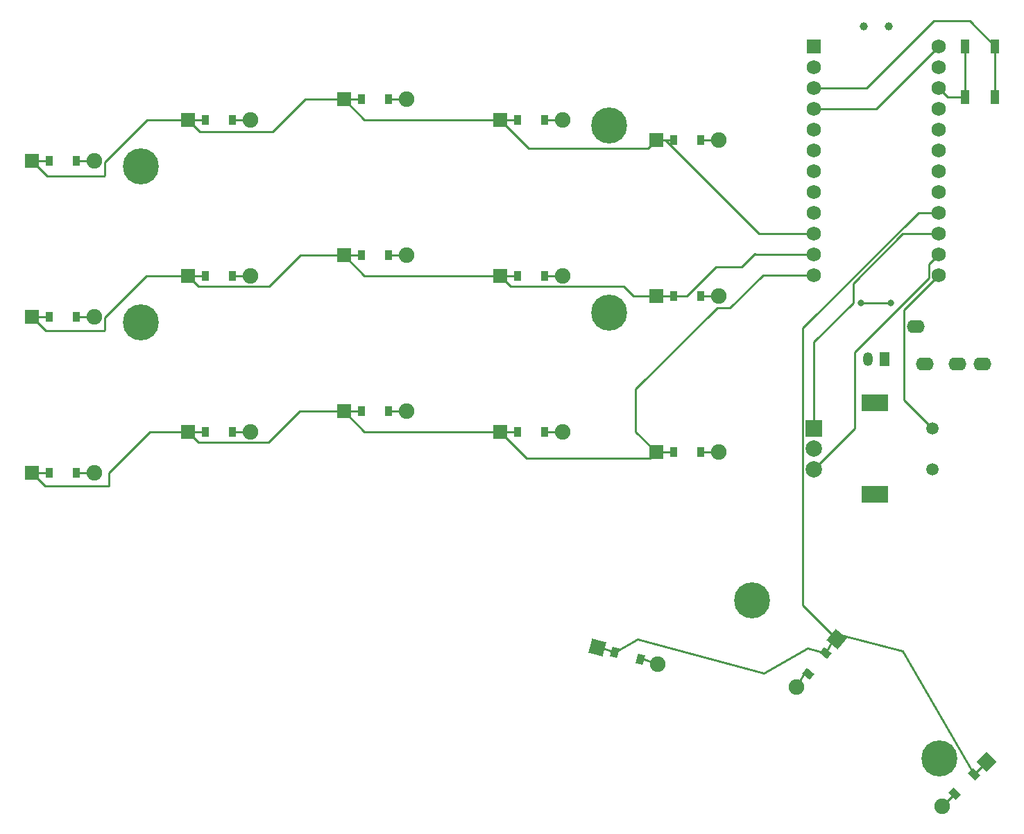
<source format=gbr>
%TF.GenerationSoftware,KiCad,Pcbnew,7.0.10*%
%TF.CreationDate,2024-02-19T14:18:00+02:00*%
%TF.ProjectId,juubo_left_final,6a757562-6f5f-46c6-9566-745f66696e61,v1.0.0*%
%TF.SameCoordinates,Original*%
%TF.FileFunction,Copper,L1,Top*%
%TF.FilePolarity,Positive*%
%FSLAX46Y46*%
G04 Gerber Fmt 4.6, Leading zero omitted, Abs format (unit mm)*
G04 Created by KiCad (PCBNEW 7.0.10) date 2024-02-19 14:18:00*
%MOMM*%
%LPD*%
G01*
G04 APERTURE LIST*
G04 Aperture macros list*
%AMRotRect*
0 Rectangle, with rotation*
0 The origin of the aperture is its center*
0 $1 length*
0 $2 width*
0 $3 Rotation angle, in degrees counterclockwise*
0 Add horizontal line*
21,1,$1,$2,0,0,$3*%
G04 Aperture macros list end*
%TA.AperFunction,WasherPad*%
%ADD10C,1.000000*%
%TD*%
%TA.AperFunction,SMDPad,CuDef*%
%ADD11R,1.100000X1.800000*%
%TD*%
%TA.AperFunction,ComponentPad*%
%ADD12R,1.200000X1.700000*%
%TD*%
%TA.AperFunction,ComponentPad*%
%ADD13O,1.200000X1.700000*%
%TD*%
%TA.AperFunction,ComponentPad*%
%ADD14R,1.778000X1.778000*%
%TD*%
%TA.AperFunction,SMDPad,CuDef*%
%ADD15R,0.900000X1.200000*%
%TD*%
%TA.AperFunction,ComponentPad*%
%ADD16C,1.905000*%
%TD*%
%TA.AperFunction,ComponentPad*%
%ADD17O,2.200000X1.600000*%
%TD*%
%TA.AperFunction,ComponentPad*%
%ADD18C,0.700000*%
%TD*%
%TA.AperFunction,ComponentPad*%
%ADD19C,4.400000*%
%TD*%
%TA.AperFunction,ComponentPad*%
%ADD20R,3.200000X2.000000*%
%TD*%
%TA.AperFunction,ComponentPad*%
%ADD21C,1.500000*%
%TD*%
%TA.AperFunction,ComponentPad*%
%ADD22R,2.000000X2.000000*%
%TD*%
%TA.AperFunction,ComponentPad*%
%ADD23C,2.000000*%
%TD*%
%TA.AperFunction,ComponentPad*%
%ADD24R,1.752600X1.752600*%
%TD*%
%TA.AperFunction,ComponentPad*%
%ADD25C,1.752600*%
%TD*%
%TA.AperFunction,ComponentPad*%
%ADD26RotRect,1.778000X1.778000X345.000000*%
%TD*%
%TA.AperFunction,SMDPad,CuDef*%
%ADD27RotRect,0.900000X1.200000X345.000000*%
%TD*%
%TA.AperFunction,ComponentPad*%
%ADD28RotRect,1.778000X1.778000X225.000000*%
%TD*%
%TA.AperFunction,SMDPad,CuDef*%
%ADD29RotRect,0.900000X1.200000X225.000000*%
%TD*%
%TA.AperFunction,ComponentPad*%
%ADD30RotRect,1.778000X1.778000X230.000000*%
%TD*%
%TA.AperFunction,SMDPad,CuDef*%
%ADD31RotRect,0.900000X1.200000X230.000000*%
%TD*%
%TA.AperFunction,ViaPad*%
%ADD32C,0.800000*%
%TD*%
%TA.AperFunction,Conductor*%
%ADD33C,0.250000*%
%TD*%
G04 APERTURE END LIST*
D10*
%TO.P,T1,*%
%TO.N,*%
X186113786Y-48412500D03*
X189113786Y-48412500D03*
%TD*%
D11*
%TO.P,B1,1*%
%TO.N,GND*%
X198441286Y-57045910D03*
X198441286Y-50845910D03*
%TO.P,B1,2*%
%TO.N,RST*%
X202141286Y-57045910D03*
X202141286Y-50845910D03*
%TD*%
D12*
%TO.P,JST1,1*%
%TO.N,B+*%
X188613785Y-89063409D03*
D13*
%TO.P,JST1,2*%
%TO.N,GND*%
X186613785Y-89063409D03*
%TD*%
D14*
%TO.P,D4,1*%
%TO.N,P10*%
X103603787Y-97935909D03*
D15*
X105763787Y-97935909D03*
%TO.P,D4,2*%
%TO.N,ring_bottom*%
X109063787Y-97935909D03*
D16*
X111223787Y-97935909D03*
%TD*%
D14*
%TO.P,D6,1*%
%TO.N,P14*%
X103603784Y-59835912D03*
D15*
X105763784Y-59835912D03*
%TO.P,D6,2*%
%TO.N,ring_top*%
X109063784Y-59835912D03*
D16*
X111223784Y-59835912D03*
%TD*%
D17*
%TO.P,TRRS1,1*%
%TO.N,VCC*%
X192448785Y-85073409D03*
%TO.P,TRRS1,2*%
%TO.N,P3*%
X193548785Y-89673409D03*
%TO.P,TRRS1,3*%
%TO.N,P2*%
X197548785Y-89673409D03*
%TO.P,TRRS1,4*%
%TO.N,GND*%
X200548785Y-89673409D03*
%TD*%
D14*
%TO.P,D5,1*%
%TO.N,P16*%
X103603783Y-78885908D03*
D15*
X105763783Y-78885908D03*
%TO.P,D5,2*%
%TO.N,ring_home*%
X109063783Y-78885908D03*
D16*
X111223783Y-78885908D03*
%TD*%
D14*
%TO.P,D15,1*%
%TO.N,P14*%
X160753785Y-62335911D03*
D15*
X162913785Y-62335911D03*
%TO.P,D15,2*%
%TO.N,inner_top*%
X166213785Y-62335911D03*
D16*
X168373785Y-62335911D03*
%TD*%
D18*
%TO.P,_2,1*%
%TO.N,N/C*%
X153388789Y-60550910D03*
X153872063Y-59384184D03*
X153872063Y-61717636D03*
X155038789Y-58900910D03*
D19*
X155038789Y-60550910D03*
D18*
X155038789Y-62200910D03*
X156205515Y-59384184D03*
X156205515Y-61717636D03*
X156688789Y-60550910D03*
%TD*%
D20*
%TO.P,ROT1,*%
%TO.N,*%
X187493785Y-94405912D03*
X187493785Y-105605912D03*
D21*
%TO.P,ROT1,1*%
%TO.N,P9*%
X194493785Y-97505912D03*
%TO.P,ROT1,2*%
%TO.N,GND*%
X194493785Y-102505912D03*
D22*
%TO.P,ROT1,A*%
%TO.N,P7*%
X179993785Y-97505912D03*
D23*
%TO.P,ROT1,B*%
%TO.N,P8*%
X179993785Y-102505912D03*
%TO.P,ROT1,C*%
%TO.N,GND*%
X179993785Y-100005912D03*
%TD*%
D14*
%TO.P,D8,1*%
%TO.N,P16*%
X122653784Y-76385911D03*
D15*
X124813784Y-76385911D03*
%TO.P,D8,2*%
%TO.N,middle_home*%
X128113784Y-76385911D03*
D16*
X130273784Y-76385911D03*
%TD*%
D14*
%TO.P,D9,1*%
%TO.N,P14*%
X122653784Y-57335910D03*
D15*
X124813784Y-57335910D03*
%TO.P,D9,2*%
%TO.N,middle_top*%
X128113784Y-57335910D03*
D16*
X130273784Y-57335910D03*
%TD*%
D14*
%TO.P,D11,1*%
%TO.N,P16*%
X141703784Y-78885910D03*
D15*
X143863784Y-78885910D03*
%TO.P,D11,2*%
%TO.N,index_home*%
X147163784Y-78885910D03*
D16*
X149323784Y-78885910D03*
%TD*%
D14*
%TO.P,D1,1*%
%TO.N,P10*%
X84553784Y-102935911D03*
D15*
X86713784Y-102935911D03*
%TO.P,D1,2*%
%TO.N,pinky_bottom*%
X90013784Y-102935911D03*
D16*
X92173784Y-102935911D03*
%TD*%
D14*
%TO.P,D10,1*%
%TO.N,P10*%
X141703785Y-97935908D03*
D15*
X143863785Y-97935908D03*
%TO.P,D10,2*%
%TO.N,index_bottom*%
X147163785Y-97935908D03*
D16*
X149323785Y-97935908D03*
%TD*%
D14*
%TO.P,D14,1*%
%TO.N,P16*%
X160753786Y-81385910D03*
D15*
X162913786Y-81385910D03*
%TO.P,D14,2*%
%TO.N,inner_home*%
X166213786Y-81385910D03*
D16*
X168373786Y-81385910D03*
%TD*%
D18*
%TO.P,_6,1*%
%TO.N,N/C*%
X153388784Y-83400000D03*
X153872058Y-82233274D03*
X153872058Y-84566726D03*
X155038784Y-81750000D03*
D19*
X155038784Y-83400000D03*
D18*
X155038784Y-85050000D03*
X156205510Y-82233274D03*
X156205510Y-84566726D03*
X156688784Y-83400000D03*
%TD*%
D14*
%TO.P,D7,1*%
%TO.N,P10*%
X122653785Y-95435911D03*
D15*
X124813785Y-95435911D03*
%TO.P,D7,2*%
%TO.N,middle_bottom*%
X128113785Y-95435911D03*
D16*
X130273785Y-95435911D03*
%TD*%
D24*
%TO.P,MCU1,1*%
%TO.N,RAW*%
X179993787Y-50890909D03*
D25*
%TO.P,MCU1,2*%
%TO.N,GND*%
X179993787Y-53430909D03*
%TO.P,MCU1,3*%
%TO.N,RST*%
X179993787Y-55970909D03*
%TO.P,MCU1,4*%
%TO.N,VCC*%
X179993787Y-58510909D03*
%TO.P,MCU1,5*%
%TO.N,P21*%
X179993787Y-61050909D03*
%TO.P,MCU1,6*%
%TO.N,P20*%
X179993787Y-63590909D03*
%TO.P,MCU1,7*%
%TO.N,P19*%
X179993787Y-66130909D03*
%TO.P,MCU1,8*%
%TO.N,P18*%
X179993787Y-68670909D03*
%TO.P,MCU1,9*%
%TO.N,P15*%
X179993787Y-71210909D03*
%TO.P,MCU1,10*%
%TO.N,P14*%
X179993787Y-73750909D03*
%TO.P,MCU1,11*%
%TO.N,P16*%
X179993787Y-76290909D03*
%TO.P,MCU1,12*%
%TO.N,P10*%
X179993787Y-78830909D03*
%TO.P,MCU1,13*%
%TO.N,VCC*%
X195233787Y-50890909D03*
%TO.P,MCU1,14*%
%TO.N,P0*%
X195233787Y-53430909D03*
%TO.P,MCU1,15*%
%TO.N,GND*%
X195233787Y-55970909D03*
%TO.P,MCU1,16*%
X195233787Y-58510909D03*
%TO.P,MCU1,17*%
%TO.N,P2*%
X195233787Y-61050909D03*
%TO.P,MCU1,18*%
%TO.N,P3*%
X195233787Y-63590909D03*
%TO.P,MCU1,19*%
%TO.N,P4*%
X195233787Y-66130909D03*
%TO.P,MCU1,20*%
%TO.N,P5*%
X195233787Y-68670909D03*
%TO.P,MCU1,21*%
%TO.N,P6*%
X195233787Y-71210909D03*
%TO.P,MCU1,22*%
%TO.N,P7*%
X195233787Y-73750909D03*
%TO.P,MCU1,23*%
%TO.N,P8*%
X195233787Y-76290909D03*
%TO.P,MCU1,24*%
%TO.N,P9*%
X195233787Y-78830909D03*
%TD*%
D18*
%TO.P,_3,1*%
%TO.N,N/C*%
X96238786Y-84600000D03*
X96722060Y-83433274D03*
X96722060Y-85766726D03*
X97888786Y-82950000D03*
D19*
X97888786Y-84600000D03*
D18*
X97888786Y-86250000D03*
X99055512Y-83433274D03*
X99055512Y-85766726D03*
X99538786Y-84600000D03*
%TD*%
%TO.P,_5,1*%
%TO.N,N/C*%
X196500000Y-136666548D03*
X196983274Y-137833274D03*
X195333274Y-136183274D03*
X196500000Y-139000000D03*
D19*
X195333274Y-137833274D03*
D18*
X194166548Y-136666548D03*
X195333274Y-139483274D03*
X193683274Y-137833274D03*
X194166548Y-139000000D03*
%TD*%
D14*
%TO.P,D3,1*%
%TO.N,P14*%
X84553786Y-64835909D03*
D15*
X86713786Y-64835909D03*
%TO.P,D3,2*%
%TO.N,pinky_top*%
X90013786Y-64835909D03*
D16*
X92173786Y-64835909D03*
%TD*%
D26*
%TO.P,D16,1*%
%TO.N,P6*%
X153589515Y-124329438D03*
D27*
X155675914Y-124888488D03*
%TO.P,D16,2*%
%TO.N,layer_cluster*%
X158863470Y-125742590D03*
D16*
X160949869Y-126301640D03*
%TD*%
D14*
%TO.P,D2,1*%
%TO.N,P16*%
X84553785Y-83885911D03*
D15*
X86713785Y-83885911D03*
%TO.P,D2,2*%
%TO.N,pinky_home*%
X90013785Y-83885911D03*
D16*
X92173785Y-83885911D03*
%TD*%
D18*
%TO.P,_4,1*%
%TO.N,N/C*%
X170906222Y-118072949D03*
X171675000Y-117071058D03*
X171071058Y-119325000D03*
X172927051Y-116906222D03*
D19*
X172500000Y-118500000D03*
D18*
X172072949Y-120093778D03*
X173928942Y-117675000D03*
X173325000Y-119928942D03*
X174093778Y-118927051D03*
%TD*%
D14*
%TO.P,D13,1*%
%TO.N,P10*%
X160753786Y-100435910D03*
D15*
X162913786Y-100435910D03*
%TO.P,D13,2*%
%TO.N,inner_bottom*%
X166213786Y-100435910D03*
D16*
X168373786Y-100435910D03*
%TD*%
D18*
%TO.P,_1,1*%
%TO.N,N/C*%
X96238787Y-65550910D03*
X96722061Y-64384184D03*
X96722061Y-66717636D03*
X97888787Y-63900910D03*
D19*
X97888787Y-65550910D03*
D18*
X97888787Y-67200910D03*
X99055513Y-64384184D03*
X99055513Y-66717636D03*
X99538787Y-65550910D03*
%TD*%
D28*
%TO.P,D18,1*%
%TO.N,P6*%
X201077534Y-138296605D03*
D29*
X199550183Y-139823956D03*
%TO.P,D18,2*%
%TO.N,extra_cluster*%
X197216731Y-142157408D03*
D16*
X195689380Y-143684759D03*
%TD*%
D30*
%TO.P,D17,1*%
%TO.N,P6*%
X182793240Y-123286249D03*
D31*
X181404819Y-124940905D03*
%TO.P,D17,2*%
%TO.N,space_cluster*%
X179283619Y-127468851D03*
D16*
X177895198Y-129123507D03*
%TD*%
D14*
%TO.P,D12,1*%
%TO.N,P14*%
X141703787Y-59835909D03*
D15*
X143863787Y-59835909D03*
%TO.P,D12,2*%
%TO.N,index_top*%
X147163787Y-59835909D03*
D16*
X149323787Y-59835909D03*
%TD*%
D32*
%TO.N,VCC*%
X185800000Y-82200000D03*
X189400000Y-82200000D03*
%TD*%
D33*
%TO.N,P9*%
X191023785Y-94035912D02*
X191023785Y-83040911D01*
X194493785Y-97505912D02*
X191023785Y-94035912D01*
X191023785Y-83040911D02*
X195233787Y-78830909D01*
%TO.N,GND*%
X198441286Y-57045910D02*
X196308788Y-57045910D01*
X198441286Y-57045910D02*
X198441286Y-50845910D01*
X196308788Y-57045910D02*
X195233787Y-55970909D01*
%TO.N,P7*%
X179993785Y-97505912D02*
X179993785Y-86980910D01*
X184800000Y-82174695D02*
X184800000Y-79800000D01*
X190849091Y-73750909D02*
X195233787Y-73750909D01*
X179993785Y-86980910D02*
X184800000Y-82174695D01*
X184800000Y-79800000D02*
X190849091Y-73750909D01*
%TO.N,P8*%
X179993785Y-102505912D02*
X185000000Y-97499697D01*
X194032487Y-77492209D02*
X195233787Y-76290909D01*
X194032487Y-79167513D02*
X194032487Y-77492209D01*
X185000000Y-97499697D02*
X185000000Y-88200000D01*
X185000000Y-88200000D02*
X194032487Y-79167513D01*
%TO.N,pinky_bottom*%
X90013783Y-102935910D02*
X92173783Y-102935911D01*
%TO.N,pinky_home*%
X92173785Y-83885908D02*
X90013785Y-83885908D01*
%TO.N,pinky_top*%
X90013784Y-64835913D02*
X92173786Y-64835909D01*
%TO.N,ring_bottom*%
X111223787Y-97935910D02*
X109063785Y-97935910D01*
%TO.N,ring_home*%
X109063783Y-78885910D02*
X111223784Y-78885908D01*
%TO.N,ring_top*%
X111223787Y-59835909D02*
X109063786Y-59835908D01*
%TO.N,middle_bottom*%
X128113785Y-95435911D02*
X130273787Y-95435911D01*
%TO.N,middle_home*%
X130273785Y-76385910D02*
X128113784Y-76385908D01*
%TO.N,middle_top*%
X128113785Y-57335910D02*
X130273785Y-57335911D01*
%TO.N,index_bottom*%
X149323783Y-97935911D02*
X147163785Y-97935910D01*
%TO.N,index_home*%
X147163786Y-78885912D02*
X149323785Y-78885907D01*
%TO.N,index_top*%
X149323785Y-59835910D02*
X147163785Y-59835909D01*
%TO.N,inner_bottom*%
X166213786Y-100435911D02*
X168373787Y-100435911D01*
%TO.N,inner_home*%
X168373783Y-81385909D02*
X166213787Y-81385910D01*
%TO.N,inner_top*%
X166213786Y-62335911D02*
X168373784Y-62335910D01*
%TO.N,layer_cluster*%
X160949869Y-126301640D02*
X159104758Y-125630075D01*
X159104758Y-125630075D02*
X158863468Y-125742590D01*
%TO.N,space_cluster*%
X178771249Y-127606140D02*
X179283619Y-127468853D01*
X177895197Y-129123508D02*
X178771249Y-127606140D01*
%TO.N,extra_cluster*%
X195689380Y-143684760D02*
X197216731Y-142157409D01*
%TO.N,P10*%
X84553783Y-102935909D02*
X86713786Y-102935908D01*
X173830909Y-78830909D02*
X179993787Y-78830909D01*
X160753786Y-100435910D02*
X158257886Y-97940010D01*
X158257886Y-92740161D02*
X168198047Y-82800000D01*
X141703785Y-97935911D02*
X144943785Y-101175911D01*
X105763787Y-97935909D02*
X103603785Y-97935911D01*
X173800000Y-78800000D02*
X173830909Y-78830909D01*
X122653785Y-95435911D02*
X125153786Y-97935910D01*
X104881287Y-99213409D02*
X113491142Y-99213410D01*
X98968642Y-97935909D02*
X103603786Y-97935910D01*
X122653786Y-95435908D02*
X124813786Y-95435911D01*
X143863785Y-97935912D02*
X141703785Y-97935910D01*
X144943785Y-101175911D02*
X160013784Y-101175910D01*
X160013784Y-101175910D02*
X160753786Y-100435910D01*
X160753786Y-100435909D02*
X162913785Y-100435908D01*
X168198047Y-82800000D02*
X169800000Y-82800000D01*
X169800000Y-82800000D02*
X173800000Y-78800000D01*
X125153786Y-97935910D02*
X141703785Y-97935911D01*
X103603786Y-97935910D02*
X104881287Y-99213409D01*
X158257886Y-97940010D02*
X158257886Y-92740161D01*
X113491142Y-99213410D02*
X117268641Y-95435911D01*
X93972231Y-104532320D02*
X93972232Y-102932319D01*
X86150193Y-104532319D02*
X93972231Y-104532320D01*
X117268641Y-95435911D02*
X122653785Y-95435911D01*
X84553784Y-102935911D02*
X86150193Y-104532319D01*
X93972232Y-102932319D02*
X98968642Y-97935909D01*
%TO.N,P16*%
X103603785Y-78885910D02*
X105763783Y-78885912D01*
X171200000Y-77800000D02*
X172800000Y-76200000D01*
X157985910Y-81385910D02*
X160753786Y-81385910D01*
X84553785Y-83885911D02*
X86267874Y-85600000D01*
X172800000Y-76200000D02*
X172890909Y-76290909D01*
X98565377Y-78885908D02*
X103603783Y-78885908D01*
X141703786Y-78885911D02*
X143863785Y-78885908D01*
X113541142Y-80163410D02*
X117318641Y-76385911D01*
X86713784Y-83885909D02*
X84553785Y-83885909D01*
X86267874Y-85600000D02*
X93400000Y-85600000D01*
X104881283Y-80163410D02*
X113541142Y-80163410D01*
X93400000Y-85600000D02*
X93451285Y-85548715D01*
X172890909Y-76290909D02*
X179993787Y-76290909D01*
X124813784Y-76385911D02*
X122653786Y-76385910D01*
X122653784Y-76385910D02*
X125153784Y-78885910D01*
X162913784Y-81385910D02*
X160753786Y-81385909D01*
X125153784Y-78885910D02*
X141703785Y-78885911D01*
X103603783Y-78885910D02*
X104881283Y-80163410D01*
X168099696Y-77800000D02*
X171200000Y-77800000D01*
X93451285Y-84000000D02*
X98565377Y-78885908D01*
X164513786Y-81385910D02*
X168099696Y-77800000D01*
X143017874Y-80200000D02*
X156800000Y-80200000D01*
X141703784Y-78885910D02*
X143017874Y-80200000D01*
X93451285Y-85548715D02*
X93451285Y-84000000D01*
X156800000Y-80200000D02*
X157985910Y-81385910D01*
X160753786Y-81385910D02*
X164513786Y-81385910D01*
X117318641Y-76385911D02*
X122653784Y-76385910D01*
%TO.N,P14*%
X122653788Y-57335911D02*
X124813787Y-57335909D01*
X84553785Y-64835910D02*
X86713786Y-64835908D01*
X122653785Y-57335910D02*
X125153784Y-59835909D01*
X93451285Y-66653265D02*
X93451287Y-65053265D01*
X160753783Y-62335911D02*
X162913787Y-62335910D01*
X98668640Y-59835912D02*
X103603784Y-59835912D01*
X160753785Y-62335911D02*
X161892785Y-62335911D01*
X143863785Y-59835911D02*
X141703787Y-59835908D01*
X103603784Y-59835912D02*
X105100192Y-61332319D01*
X117968642Y-57335909D02*
X122653785Y-57335910D01*
X93372232Y-66732320D02*
X93451285Y-66653265D01*
X113972233Y-61332320D02*
X117968642Y-57335909D01*
X125153784Y-59835909D02*
X141703786Y-59835909D01*
X84553786Y-64835908D02*
X86450197Y-66732319D01*
X159757375Y-63332320D02*
X160753784Y-62335911D01*
X105763786Y-59835910D02*
X103603785Y-59835911D01*
X93451287Y-65053265D02*
X98668640Y-59835912D01*
X86450197Y-66732319D02*
X93372232Y-66732320D01*
X105100192Y-61332319D02*
X113972233Y-61332320D01*
X141703786Y-59835909D02*
X145200197Y-63332320D01*
X173307783Y-73750909D02*
X179993787Y-73750909D01*
X145200197Y-63332320D02*
X159757375Y-63332320D01*
X161892785Y-62335911D02*
X173307783Y-73750909D01*
%TO.N,P6*%
X179217524Y-124354821D02*
X181404818Y-124940903D01*
X155675914Y-124888487D02*
X158491324Y-123263011D01*
X155675914Y-124888486D02*
X153830805Y-124216921D01*
X178668785Y-119161794D02*
X178668785Y-85294819D01*
X178668785Y-85294819D02*
X192752695Y-71210909D01*
X182793240Y-123286249D02*
X178668785Y-119161794D01*
X190848424Y-124752069D02*
X199550183Y-139823957D01*
X158491324Y-123263011D02*
X173939207Y-127402259D01*
X192752695Y-71210909D02*
X195233787Y-71210909D01*
X181404818Y-124940904D02*
X182280869Y-123423537D01*
X199550183Y-139823957D02*
X201077533Y-138296606D01*
X182793240Y-123286248D02*
X183612546Y-122813221D01*
X183612546Y-122813221D02*
X190848424Y-124752069D01*
X173939207Y-127402259D02*
X179217524Y-124354821D01*
X153830805Y-124216921D02*
X153589513Y-124329439D01*
X182280869Y-123423537D02*
X182793240Y-123286251D01*
%TO.N,RST*%
X202141286Y-50845910D02*
X199044757Y-47749381D01*
X194650619Y-47749381D02*
X186429091Y-55970909D01*
X186429091Y-55970909D02*
X179993787Y-55970909D01*
X199044757Y-47749381D02*
X194650619Y-47749381D01*
X202141286Y-57045910D02*
X202141286Y-50845910D01*
%TO.N,VCC*%
X189400000Y-82200000D02*
X185800000Y-82200000D01*
X195233787Y-50890909D02*
X187613787Y-58510909D01*
X187613787Y-58510909D02*
X179993787Y-58510909D01*
%TO.N,P2*%
X197901286Y-89320908D02*
X197548785Y-89673409D01*
%TO.N,P3*%
X193800000Y-89422194D02*
X193548785Y-89673409D01*
%TD*%
M02*

</source>
